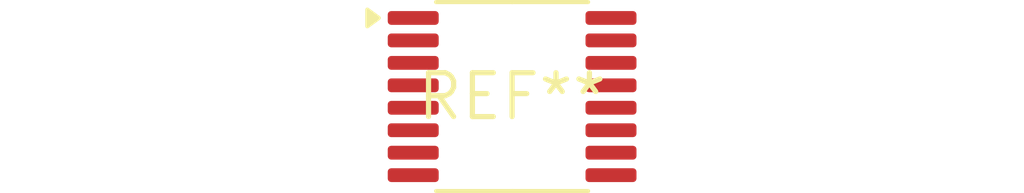
<source format=kicad_pcb>
(kicad_pcb (version 20240108) (generator pcbnew)
  (layers (0 "F.Cu" signal) (31 "B.Cu" signal) (34 "B.Paste" user) (35 "F.Paste" user) (36 "B.SilkS" user "B.Silkscreen") (37 "F.SilkS" user "F.Silkscreen") (38 "B.Mask" user) (39 "F.Mask" user) (44 "Edge.Cuts" user))
  (net 0 "")
  (footprint "TSSOP-16_4.4x5mm_P0.65mm" (layer "F.Cu") (at 0 0)
    (property "Reference" "REF**")
    (property "Value" "TSSOP-16_4.4x5mm_P0.65mm")
    (fp_line (start 0 -2.735) (end -2.2 -2.735) (layer "F.SilkS") (stroke (width 0.12)))
    (fp_line (start 0 -2.735) (end 2.2 -2.735) (layer "F.SilkS") (stroke (width 0.12)))
    (fp_line (start 0 2.735) (end -2.2 2.735) (layer "F.SilkS") (stroke (width 0.12)))
    (fp_line (start 0 2.735) (end 2.2 2.735) (layer "F.SilkS") (stroke (width 0.12)))
    (fp_poly (pts (xy -3.86 -2.275) (xy -4.19 -2.515) (xy -4.19 -2.035) (xy -3.86 -2.275)) (layer "F.SilkS") (stroke (width 0.12)) (fill solid))
    (pad "1" smd roundrect (at -2.8625 -2.275) (size 1.475 0.4) (layers "F.Cu" "F.Paste" "F.Mask"))
    (pad "2" smd roundrect (at -2.8625 -1.625) (size 1.475 0.4) (layers "F.Cu" "F.Paste" "F.Mask"))
    (pad "3" smd roundrect (at -2.8625 -0.975) (size 1.475 0.4) (layers "F.Cu" "F.Paste" "F.Mask"))
    (pad "4" smd roundrect (at -2.8625 -0.325) (size 1.475 0.4) (layers "F.Cu" "F.Paste" "F.Mask"))
    (pad "5" smd roundrect (at -2.8625 0.325) (size 1.475 0.4) (layers "F.Cu" "F.Paste" "F.Mask"))
    (pad "6" smd roundrect (at -2.8625 0.975) (size 1.475 0.4) (layers "F.Cu" "F.Paste" "F.Mask"))
    (pad "7" smd roundrect (at -2.8625 1.625) (size 1.475 0.4) (layers "F.Cu" "F.Paste" "F.Mask"))
    (pad "8" smd roundrect (at -2.8625 2.275) (size 1.475 0.4) (layers "F.Cu" "F.Paste" "F.Mask"))
    (pad "9" smd roundrect (at 2.8625 2.275) (size 1.475 0.4) (layers "F.Cu" "F.Paste" "F.Mask"))
    (pad "10" smd roundrect (at 2.8625 1.625) (size 1.475 0.4) (layers "F.Cu" "F.Paste" "F.Mask"))
    (pad "11" smd roundrect (at 2.8625 0.975) (size 1.475 0.4) (layers "F.Cu" "F.Paste" "F.Mask"))
    (pad "12" smd roundrect (at 2.8625 0.325) (size 1.475 0.4) (layers "F.Cu" "F.Paste" "F.Mask"))
    (pad "13" smd roundrect (at 2.8625 -0.325) (size 1.475 0.4) (layers "F.Cu" "F.Paste" "F.Mask"))
    (pad "14" smd roundrect (at 2.8625 -0.975) (size 1.475 0.4) (layers "F.Cu" "F.Paste" "F.Mask"))
    (pad "15" smd roundrect (at 2.8625 -1.625) (size 1.475 0.4) (layers "F.Cu" "F.Paste" "F.Mask"))
    (pad "16" smd roundrect (at 2.8625 -2.275) (size 1.475 0.4) (layers "F.Cu" "F.Paste" "F.Mask"))
  )
)
</source>
